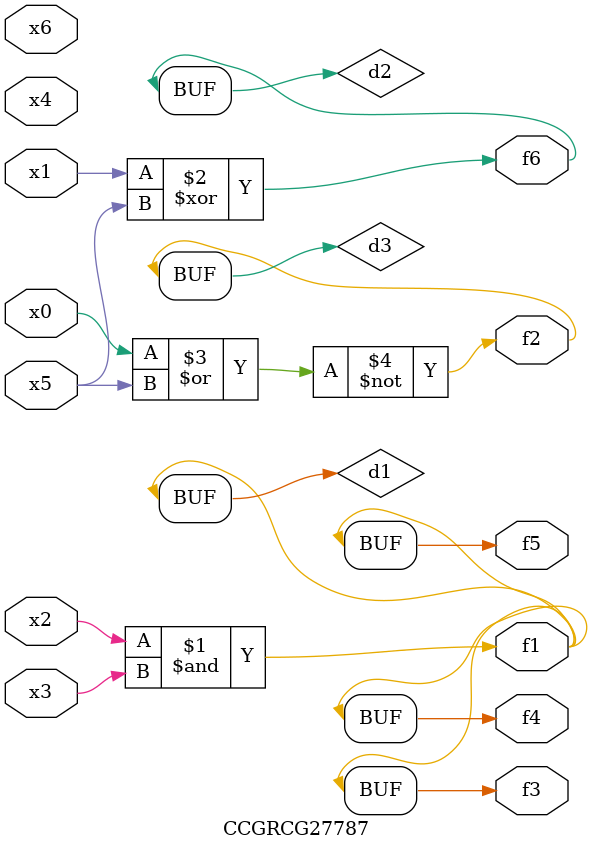
<source format=v>
module CCGRCG27787(
	input x0, x1, x2, x3, x4, x5, x6,
	output f1, f2, f3, f4, f5, f6
);

	wire d1, d2, d3;

	and (d1, x2, x3);
	xor (d2, x1, x5);
	nor (d3, x0, x5);
	assign f1 = d1;
	assign f2 = d3;
	assign f3 = d1;
	assign f4 = d1;
	assign f5 = d1;
	assign f6 = d2;
endmodule

</source>
